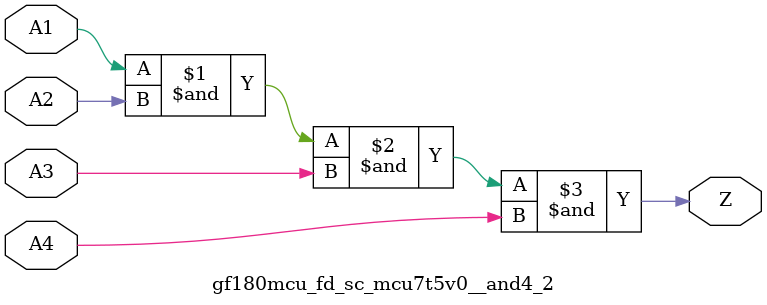
<source format=v>

module gf180mcu_fd_sc_mcu7t5v0__and4_2( A1, A2, A3, A4, Z );
input A1, A2, A3, A4;
output Z;

	and MGM_BG_0( Z, A1, A2, A3, A4 );

endmodule

</source>
